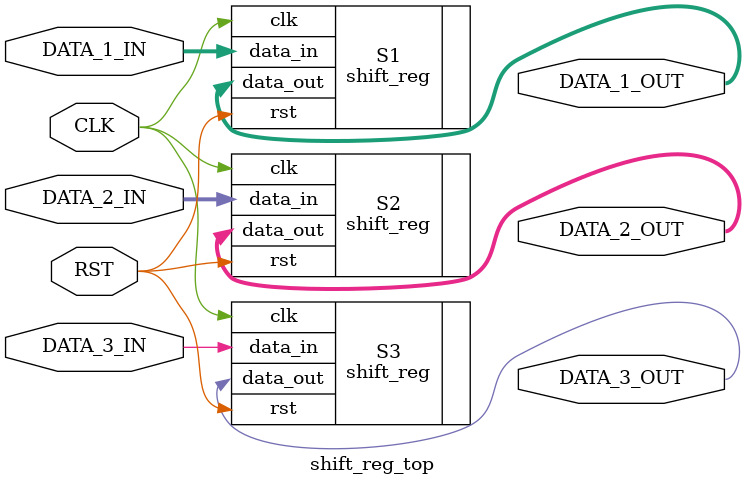
<source format=v>


module shift_reg_top
  (
   input                   RST             // reset
  ,input                   CLK             // clock
  ,input [11:0]            DATA_1_IN       // data_input
  ,output[11:0]            DATA_1_OUT      // data_output
  ,input [31:0]            DATA_2_IN       // data_input
  ,output[31:0]            DATA_2_OUT      // data_output
  ,input  [0:0]            DATA_3_IN       // data_input
  ,output [0:0]            DATA_3_OUT      // data_output
  );

//------------------------------------
//  shift_reg module
//------------------------------------
defparam S1.SHIFT_CYCLE =  5 ;
defparam S1.SHIFT_WIDTH = 12 ;

shift_reg S1(
         .rst      (RST) 
        ,.clk      (CLK)
        ,.data_in  (DATA_1_IN)        
        ,.data_out (DATA_1_OUT)
    );

defparam S2.SHIFT_CYCLE = 11 ;
defparam S2.SHIFT_WIDTH = 32 ;

shift_reg S2(
         .rst      (RST) 
        ,.clk      (CLK)
        ,.data_in  (DATA_2_IN)        
        ,.data_out (DATA_2_OUT)
    );

defparam S3.SHIFT_CYCLE = 22;
defparam S3.SHIFT_WIDTH =  1;

shift_reg S3(
         .rst      (RST) 
        ,.clk      (CLK)
        ,.data_in  (DATA_3_IN)        
        ,.data_out (DATA_3_OUT)
    );

endmodule
</source>
